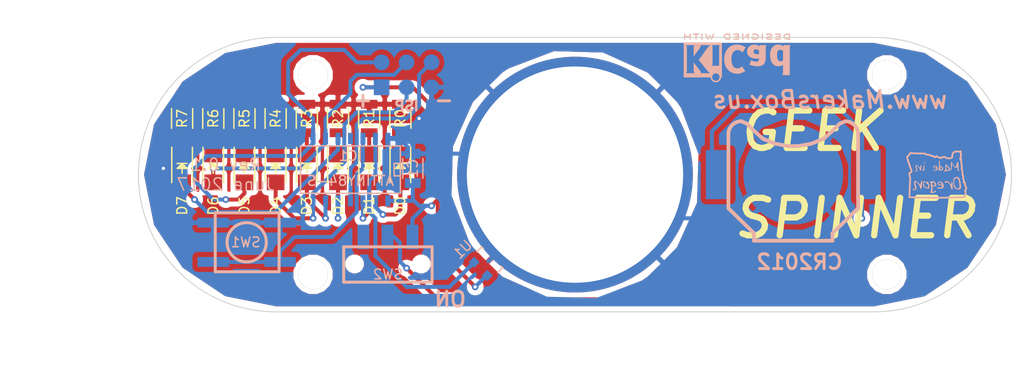
<source format=kicad_pcb>
(kicad_pcb (version 4) (host pcbnew 4.0.4-stable)
  (layers (0 F.Cu signal) (31 B.Cu signal) (34 B.Paste user) (35 F.Paste user) (36 B.SilkS user) (37 F.SilkS user) (38 B.Mask user) (39 F.Mask user) (44 Edge.Cuts user))
  (net 0 "")
  (net 1 GND)
  (net 2 +BATT)
  (net 3 "Net-(BT1-Pad1)")
  (net 4 "Net-(CON1-Pad1)")
  (net 5 "Net-(CON1-Pad3)")
  (net 6 "Net-(CON1-Pad4)")
  (net 7 "Net-(CON1-Pad5)")
  (net 8 "Net-(D1-Pad1)")
  (net 9 "Net-(D1-Pad2)")
  (net 10 "Net-(D0-Pad2)")
  (net 11 "Net-(D0-Pad1)")
  (net 12 "Net-(D2-Pad2)")
  (net 13 "Net-(D2-Pad1)")
  (net 14 "Net-(D3-Pad2)")
  (net 15 "Net-(D3-Pad1)")
  (net 16 "Net-(D4-Pad1)")
  (net 17 "Net-(D5-Pad1)")
  (net 18 "Net-(D6-Pad1)")
  (net 19 "Net-(D7-Pad2)")
  (net 20 "Net-(D7-Pad1)")
  (net 21 "Net-(IC1-Pad12)")
  (net 22 "Net-(IC1-Pad13)")
  (module myFootPrints:KiCad-Logo_Copper_11mmx5mm (layer B.Cu) (at 219.71 71.12)
    (fp_text reference G***)
    (fp_text value "KiCad Logo" hide)
    (fp_text user "DESIGNED WITH" (at 0 -2.6) (layer B.SilkS) (effects (font (size 0.5 0.97) (thickness 0.125)) (justify mirror)))
    (pad 1 smd circle (at -2.17 1.49) (size 0.9 0.9) (layers B.Cu B.Mask))
  )
  (module myFootPrints:Lego_Drill (layer F.Cu) (at 234.95 92.71)
    (fp_text reference P2 hide)
    (fp_text value CONN_01X01 hide)
    (pad 1 thru_hole circle (at 0 0) (size 3 3) (drill 3) (layers *.Cu *.Mask F.SilkS))
  )
  (module myFootPrints:Lego_Drill (layer F.Cu) (at 234.95 72.39)
    (fp_text reference P2 hide)
    (fp_text value CONN_01X01 hide)
    (pad 1 thru_hole circle (at 0 0) (size 3 3) (drill 3) (layers *.Cu *.Mask F.SilkS))
  )
  (module myFootPrints:Lego_Drill (layer F.Cu) (at 176.53 72.39)
    (fp_text reference P2 hide)
    (fp_text value CONN_01X01 hide)
    (pad 1 thru_hole circle (at 0 0) (size 3 3) (drill 3) (layers *.Cu *.Mask F.SilkS))
  )
  (module myFootPrints:Lego_Drill (layer F.Cu) (at 176.53 92.71)
    (fp_text reference P2 hide)
    (fp_text value CONN_01X01 hide)
    (pad 1 thru_hole circle (at 0 0) (size 3 3) (drill 3) (layers *.Cu *.Mask F.SilkS))
  )
  (module myFootPrints:BATT_12mm (layer B.Cu) (at 225.425 82.55)
    (fp_text reference BT1 hide)
    (fp_text value Battery hide)
    (pad 1 smd rect (at -7.65 0) (size 2.5 5) (layers B.Cu B.Paste B.Mask) (net 3 "Net-(BT1-Pad1)"))
    (pad 1 smd rect (at 7.65 0) (size 2.5 5) (layers B.Cu B.Paste B.Mask) (net 3 "Net-(BT1-Pad1)"))
    (pad 2 smd circle (at 0 0) (size 10.16 10.16) (layers B.Cu B.Paste B.Mask) (net 1 GND))
  )
  (module myFootPrints:MadeInOregonRev25 (layer F.Cu) (at 240.03 82.55)
    (fp_text reference VAL hide)
    (fp_text value MadeInOregonRev25 hide)
  )
  (module project_footprints:C_1206 (layer B.Cu) (at 186.69 81.915 90)
    (fp_text reference C1 (at 0 0 90) (layer B.SilkS) (effects (justify mirror)))
    (fp_text value "0.1 uF")
    (pad 1 smd rect (at -1.5 0 90) (size 1 1.6) (layers B.Cu B.Paste B.Mask) (net 2 +BATT))
    (pad 2 smd rect (at 1.5 0 90) (size 1 1.6) (layers B.Cu B.Paste B.Mask) (net 1 GND))
  )
  (module project_footprints:AVR-ISP-6 (layer B.Cu) (at 183.515 71.12 270)
    (fp_text reference CON1 hide)
    (fp_text value AVR-ISP-6 hide)
    (pad 1 smd oval (at 0 0 270) (size 1.6 1.6) (layers B.Cu B.Paste B.Mask) (net 4 "Net-(CON1-Pad1)"))
    (pad 2 smd rect (at 2.54 0 270) (size 1.6 1.6) (layers B.Cu B.Paste B.Mask) (net 2 +BATT))
    (pad 3 smd oval (at 0 -2.54 270) (size 1.6 1.6) (layers B.Cu B.Paste B.Mask) (net 5 "Net-(CON1-Pad3)"))
    (pad 4 smd oval (at 2.54 -2.54 270) (size 1.6 1.6) (layers B.Cu B.Paste B.Mask) (net 6 "Net-(CON1-Pad4)"))
    (pad 5 smd oval (at 0 -5.08 270) (size 1.6 1.6) (layers B.Cu B.Paste B.Mask) (net 7 "Net-(CON1-Pad5)"))
    (pad 6 smd oval (at 2.54 -5.08 270) (size 1.6 1.6) (layers B.Cu B.Paste B.Mask) (net 1 GND))
  )
  (module project_footprints:LED-1206 (layer F.Cu) (at 185.42 81.915 270)
    (fp_text reference D0 (at 3.81 0 270) (layer F.SilkS))
    (fp_text value LED)
    (pad 2 smd rect (at 1.41986 0 90) (size 1.59766 1.80086) (layers F.Cu F.Paste F.Mask) (net 10 "Net-(D0-Pad2)"))
    (pad 1 smd rect (at -1.41986 0 90) (size 1.59766 1.80086) (layers F.Cu F.Paste F.Mask) (net 11 "Net-(D0-Pad1)"))
  )
  (module project_footprints:LED-1206 (layer F.Cu) (at 182.245 81.915 270)
    (fp_text reference D1 (at 3.81 0 270) (layer F.SilkS))
    (fp_text value LED)
    (pad 2 smd rect (at 1.41986 0 90) (size 1.59766 1.80086) (layers F.Cu F.Paste F.Mask) (net 9 "Net-(D1-Pad2)"))
    (pad 1 smd rect (at -1.41986 0 90) (size 1.59766 1.80086) (layers F.Cu F.Paste F.Mask) (net 8 "Net-(D1-Pad1)"))
  )
  (module project_footprints:LED-1206 (layer F.Cu) (at 179.07 81.915 270)
    (fp_text reference D2 (at 3.81 0 270) (layer F.SilkS))
    (fp_text value LED)
    (pad 2 smd rect (at 1.41986 0 90) (size 1.59766 1.80086) (layers F.Cu F.Paste F.Mask) (net 12 "Net-(D2-Pad2)"))
    (pad 1 smd rect (at -1.41986 0 90) (size 1.59766 1.80086) (layers F.Cu F.Paste F.Mask) (net 13 "Net-(D2-Pad1)"))
  )
  (module project_footprints:LED-1206 (layer F.Cu) (at 175.895 81.915 270)
    (fp_text reference D3 (at 3.81 0 270) (layer F.SilkS))
    (fp_text value LED)
    (pad 2 smd rect (at 1.41986 0 90) (size 1.59766 1.80086) (layers F.Cu F.Paste F.Mask) (net 14 "Net-(D3-Pad2)"))
    (pad 1 smd rect (at -1.41986 0 90) (size 1.59766 1.80086) (layers F.Cu F.Paste F.Mask) (net 15 "Net-(D3-Pad1)"))
  )
  (module project_footprints:LED-1206 (layer F.Cu) (at 172.72 81.915 270)
    (fp_text reference D4 (at 3.81 0 270) (layer F.SilkS))
    (fp_text value LED)
    (pad 2 smd rect (at 1.41986 0 90) (size 1.59766 1.80086) (layers F.Cu F.Paste F.Mask) (net 6 "Net-(CON1-Pad4)"))
    (pad 1 smd rect (at -1.41986 0 90) (size 1.59766 1.80086) (layers F.Cu F.Paste F.Mask) (net 16 "Net-(D4-Pad1)"))
  )
  (module project_footprints:LED-1206 (layer F.Cu) (at 169.545 81.915 270)
    (fp_text reference D5 (at 3.81 0 270) (layer F.SilkS))
    (fp_text value LED)
    (pad 2 smd rect (at 1.41986 0 90) (size 1.59766 1.80086) (layers F.Cu F.Paste F.Mask) (net 4 "Net-(CON1-Pad1)"))
    (pad 1 smd rect (at -1.41986 0 90) (size 1.59766 1.80086) (layers F.Cu F.Paste F.Mask) (net 17 "Net-(D5-Pad1)"))
  )
  (module project_footprints:LED-1206 (layer F.Cu) (at 166.37 81.915 270)
    (fp_text reference D6 (at 3.81 0 270) (layer F.SilkS))
    (fp_text value LED)
    (pad 2 smd rect (at 1.41986 0 90) (size 1.59766 1.80086) (layers F.Cu F.Paste F.Mask) (net 5 "Net-(CON1-Pad3)"))
    (pad 1 smd rect (at -1.41986 0 90) (size 1.59766 1.80086) (layers F.Cu F.Paste F.Mask) (net 18 "Net-(D6-Pad1)"))
  )
  (module project_footprints:LED-1206 (layer F.Cu) (at 163.195 81.915 270)
    (fp_text reference D7 (at 3.81 0 270) (layer F.SilkS))
    (fp_text value LED)
    (pad 2 smd rect (at 1.41986 0 90) (size 1.59766 1.80086) (layers F.Cu F.Paste F.Mask) (net 19 "Net-(D7-Pad2)"))
    (pad 1 smd rect (at -1.41986 0 90) (size 1.59766 1.80086) (layers F.Cu F.Paste F.Mask) (net 20 "Net-(D7-Pad1)"))
  )
  (module project_footprints:R_1206 (layer F.Cu) (at 185.42 76.835 90)
    (fp_text reference R0 (at 0 0 90) (layer F.SilkS))
    (fp_text value 330)
    (pad 1 smd rect (at -1.45 0 90) (size 0.9 1.7) (layers F.Cu F.Paste F.Mask) (net 11 "Net-(D0-Pad1)"))
    (pad 2 smd rect (at 1.45 0 90) (size 0.9 1.7) (layers F.Cu F.Paste F.Mask) (net 1 GND))
  )
  (module project_footprints:R_1206 (layer F.Cu) (at 182.245 76.835 90)
    (fp_text reference R1 (at 0 0 90) (layer F.SilkS))
    (fp_text value 330)
    (pad 1 smd rect (at -1.45 0 90) (size 0.9 1.7) (layers F.Cu F.Paste F.Mask) (net 8 "Net-(D1-Pad1)"))
    (pad 2 smd rect (at 1.45 0 90) (size 0.9 1.7) (layers F.Cu F.Paste F.Mask) (net 1 GND))
  )
  (module project_footprints:R_1206 (layer F.Cu) (at 179.07 76.835 90)
    (fp_text reference R2 (at 0 0 90) (layer F.SilkS))
    (fp_text value 330)
    (pad 1 smd rect (at -1.45 0 90) (size 0.9 1.7) (layers F.Cu F.Paste F.Mask) (net 13 "Net-(D2-Pad1)"))
    (pad 2 smd rect (at 1.45 0 90) (size 0.9 1.7) (layers F.Cu F.Paste F.Mask) (net 1 GND))
  )
  (module project_footprints:R_1206 (layer F.Cu) (at 175.895 76.835 90)
    (fp_text reference R3 (at 0 0 90) (layer F.SilkS))
    (fp_text value 330)
    (pad 1 smd rect (at -1.45 0 90) (size 0.9 1.7) (layers F.Cu F.Paste F.Mask) (net 15 "Net-(D3-Pad1)"))
    (pad 2 smd rect (at 1.45 0 90) (size 0.9 1.7) (layers F.Cu F.Paste F.Mask) (net 1 GND))
  )
  (module project_footprints:R_1206 (layer F.Cu) (at 172.72 76.835 90)
    (fp_text reference R4 (at 0 0 90) (layer F.SilkS))
    (fp_text value 330)
    (pad 1 smd rect (at -1.45 0 90) (size 0.9 1.7) (layers F.Cu F.Paste F.Mask) (net 16 "Net-(D4-Pad1)"))
    (pad 2 smd rect (at 1.45 0 90) (size 0.9 1.7) (layers F.Cu F.Paste F.Mask) (net 1 GND))
  )
  (module project_footprints:R_1206 (layer F.Cu) (at 169.545 76.835 90)
    (fp_text reference R5 (at 0 0 90) (layer F.SilkS))
    (fp_text value 330)
    (pad 1 smd rect (at -1.45 0 90) (size 0.9 1.7) (layers F.Cu F.Paste F.Mask) (net 17 "Net-(D5-Pad1)"))
    (pad 2 smd rect (at 1.45 0 90) (size 0.9 1.7) (layers F.Cu F.Paste F.Mask) (net 1 GND))
  )
  (module project_footprints:R_1206 (layer F.Cu) (at 166.37 76.835 90)
    (fp_text reference R6 (at 0 0 90) (layer F.SilkS))
    (fp_text value 330)
    (pad 1 smd rect (at -1.45 0 90) (size 0.9 1.7) (layers F.Cu F.Paste F.Mask) (net 18 "Net-(D6-Pad1)"))
    (pad 2 smd rect (at 1.45 0 90) (size 0.9 1.7) (layers F.Cu F.Paste F.Mask) (net 1 GND))
  )
  (module project_footprints:R_1206 (layer F.Cu) (at 163.195 76.835 90)
    (fp_text reference R7 (at 0 0 90) (layer F.SilkS))
    (fp_text value 330)
    (pad 1 smd rect (at -1.45 0 90) (size 0.9 1.7) (layers F.Cu F.Paste F.Mask) (net 20 "Net-(D7-Pad1)"))
    (pad 2 smd rect (at 1.45 0 90) (size 0.9 1.7) (layers F.Cu F.Paste F.Mask) (net 1 GND))
  )
  (module project_footprints:SW_SMD_PUSH (layer B.Cu) (at 166.37 91.44)
    (fp_text reference SW1 (at 3.3 -2) (layer B.SilkS) (effects (justify mirror)))
    (fp_text value SW_PUSH)
    (pad 2 smd rect (at 6.8 -4) (size 3.2 1) (layers B.Cu B.Paste B.Mask) (net 1 GND))
    (pad 1 smd rect (at 6.8 0) (size 3.2 1) (layers B.Cu B.Paste B.Mask) (net 21 "Net-(IC1-Pad12)"))
    (pad 1 smd rect (at 0 0) (size 3.2 1) (layers B.Cu B.Paste B.Mask) (net 21 "Net-(IC1-Pad12)"))
    (pad 2 smd rect (at 0 -4) (size 3.2 1) (layers B.Cu B.Paste B.Mask) (net 1 GND))
  )
  (module project_footprints:SPST_SMD (layer B.Cu) (at 184.15 88.9 180)
    (fp_text reference SW2 (at 0 -3.81 180) (layer B.SilkS) (effects (justify mirror)))
    (fp_text value SPST)
    (pad "" np_thru_hole circle (at 3.4 -2.75 180) (size 0.9 0.9) (drill 0.9) (layers *.Cu *.Mask))
    (pad 1 smd rect (at -2.5 0 180) (size 1.2 2.5) (layers B.Cu B.Paste B.Mask) (net 2 +BATT))
    (pad 2 smd rect (at 0.04 0 180) (size 1.2 2.5) (layers B.Cu B.Paste B.Mask) (net 3 "Net-(BT1-Pad1)"))
    (pad 3 smd rect (at 2.5 0 180) (size 1.2 2.5) (layers B.Cu B.Paste B.Mask))
    (pad "" np_thru_hole circle (at -3.4 -2.75 180) (size 0.9 0.9) (drill 0.9) (layers *.Cu *.Mask))
  )
  (module project_footprints:SOT-23 (layer B.Cu) (at 194.31 91.44 135)
    (fp_text reference U1 (at 2.694077 -0.898026 405) (layer B.SilkS) (effects (justify mirror)))
    (fp_text value MLX92231)
    (pad 1 smd rect (at -0.95 -1.00076 135) (size 0.8001 0.8001) (layers B.Cu B.Paste B.Mask) (net 2 +BATT))
    (pad 3 smd rect (at 0.95 -1.00076 135) (size 0.8001 0.8001) (layers B.Cu B.Paste B.Mask) (net 22 "Net-(IC1-Pad13)"))
    (pad 2 smd rect (at 0 0.99822 135) (size 0.8001 0.8001) (layers B.Cu B.Paste B.Mask) (net 1 GND))
  )
  (module project_footprints:SOIC-14_N (layer B.Cu) (at 180.34 81.915 180)
    (fp_text reference IC1 (at 0 1.27 180) (layer B.SilkS) (effects (justify mirror)))
    (fp_text value ATTINY84-S (at 0 -1.27 180) (layer B.SilkS) (effects (justify mirror)))
    (pad 1 smd rect (at -3.81 -3.302 180) (size 0.508 1.143) (layers B.Cu B.Paste B.Mask) (net 2 +BATT))
    (pad 2 smd rect (at -2.54 -3.302 180) (size 0.508 1.143) (layers B.Cu B.Paste B.Mask) (net 10 "Net-(D0-Pad2)"))
    (pad 3 smd rect (at -1.27 -3.302 180) (size 0.508 1.143) (layers B.Cu B.Paste B.Mask) (net 9 "Net-(D1-Pad2)"))
    (pad 4 smd rect (at 0 -3.302 180) (size 0.508 1.143) (layers B.Cu B.Paste B.Mask) (net 7 "Net-(CON1-Pad5)"))
    (pad 5 smd rect (at 1.27 -3.302 180) (size 0.508 1.143) (layers B.Cu B.Paste B.Mask) (net 12 "Net-(D2-Pad2)"))
    (pad 6 smd rect (at 2.54 -3.302 180) (size 0.508 1.143) (layers B.Cu B.Paste B.Mask) (net 14 "Net-(D3-Pad2)"))
    (pad 7 smd rect (at 3.81 -3.302 180) (size 0.508 1.143) (layers B.Cu B.Paste B.Mask) (net 6 "Net-(CON1-Pad4)"))
    (pad 8 smd rect (at 3.81 3.048 180) (size 0.508 1.143) (layers B.Cu B.Paste B.Mask) (net 4 "Net-(CON1-Pad1)"))
    (pad 9 smd rect (at 2.54 3.048 180) (size 0.508 1.143) (layers B.Cu B.Paste B.Mask) (net 5 "Net-(CON1-Pad3)"))
    (pad 11 smd rect (at 0 3.048 180) (size 0.508 1.143) (layers B.Cu B.Paste B.Mask))
    (pad 12 smd rect (at -1.27 3.048 180) (size 0.508 1.143) (layers B.Cu B.Paste B.Mask) (net 21 "Net-(IC1-Pad12)"))
    (pad 13 smd rect (at -2.54 3.048 180) (size 0.508 1.143) (layers B.Cu B.Paste B.Mask) (net 22 "Net-(IC1-Pad13)"))
    (pad 14 smd rect (at -3.81 3.048 180) (size 0.508 1.143) (layers B.Cu B.Paste B.Mask) (net 1 GND))
    (pad 10 smd rect (at 1.27 3.048 180) (size 0.508 1.143) (layers B.Cu B.Paste B.Mask) (net 19 "Net-(D7-Pad2)"))
  )
  (module project_footprints:Pin_Header_Straight_1x01 (layer F.Cu) (at 203.2 82.55)
    (fp_text reference P1 hide)
    (fp_text value CONN_01X01)
    (pad 1 thru_hole circle (at 0 0) (size 24 24) (drill 22.025) (layers *.Cu *.Mask) (net 1 GND))
  )
  (gr_text ISP (at 186.055 75.565) (layer B.SilkS) (effects (font (size 1 1) (thickness 0.25)) (justify mirror)))
  (gr_line (start 233.68 68.58) (end 172.72 68.58) (angle 90) (layer Edge.Cuts) (width 0.1))
  (gr_line (start 172.72 96.52) (end 233.68 96.52) (angle 90) (layer Edge.Cuts) (width 0.1))
  (gr_text ON (at 190.5 95.25) (layer B.SilkS) (effects (font (size 1.5 1.5) (thickness 0.3)) (justify mirror)))
  (gr_text CR2012 (at 226.06 91.44) (layer B.SilkS) (effects (font (size 1.5 1.5) (thickness 0.3)) (justify mirror)))
  (gr_text "Rev 0.1\nJune 2017" (at 167.64 82.55) (layer B.SilkS) (effects (font (size 1.25 1.25)) (justify mirror)))
  (gr_text www.MakersBox.us (at 229.235 74.93) (layer B.SilkS) (effects (font (size 1.75 1.75) (thickness 0.3) italic) (justify mirror)))
  (gr_text - (at 189.865 74.93) (layer B.SilkS) (effects (font (size 1.5 1.5) (thickness 0.3)) (justify mirror)))
  (gr_text + (at 181.61 74.93) (layer B.SilkS) (effects (font (size 1.5 1.5) (thickness 0.3)) (justify mirror)))
  (gr_text SPINNER (at 231.775 86.995) (layer F.SilkS) (effects (font (size 3.81 3.81) (thickness 0.635) italic)))
  (gr_text GEEK (at 227.33 78.105) (layer F.SilkS) (effects (font (size 3.81 3.81) (thickness 0.635) italic)))
  (gr_arc (start 233.68 82.55) (end 247.65 82.55) (angle 90) (layer Edge.Cuts) (width 0.1))
  (gr_arc (start 233.68 82.55) (end 233.68 68.58) (angle 90) (layer Edge.Cuts) (width 0.1))
  (gr_arc (start 172.72 82.55) (end 158.75 82.55) (angle 90) (layer Edge.Cuts) (width 0.1))
  (gr_arc (start 172.72 82.55) (end 172.72 96.52) (angle 90) (layer Edge.Cuts) (width 0.1))
  (segment (start 186.69 80.415) (end 186.69 80.264) (width 0.4064) (layer B.Cu) (net 1))
  (segment (start 186.69 80.264) (end 185.293 78.867) (width 0.4064) (layer B.Cu) (net 1))
  (segment (start 184.15 78.867) (end 185.293 78.867) (width 0.4064) (layer B.Cu) (net 1))
  (segment (start 185.293 78.867) (end 187.325 76.835) (width 0.4064) (layer B.Cu) (net 1))
  (segment (start 187.325 76.835) (end 188.595 75.565) (width 0.4064) (layer B.Cu) (net 1))
  (via (at 187.325 76.835) (size 0.6858) (drill 0.3302) (layers F.Cu B.Cu) (net 1))
  (segment (start 185.875 75.385) (end 187.325 76.835) (width 0.4064) (layer F.Cu) (net 1))
  (segment (start 188.595 75.565) (end 188.595 73.66) (width 0.4064) (layer B.Cu) (net 1))
  (segment (start 173.17 87.44) (end 166.37 87.44) (width 0.4064) (layer B.Cu) (net 1))
  (segment (start 161.29 85.725) (end 161.29 86.36) (width 0.4064) (layer B.Cu) (net 1))
  (segment (start 161.29 85.725) (end 161.29 81.915) (width 0.4064) (layer B.Cu) (net 1))
  (via (at 161.29 81.915) (size 0.6858) (drill 0.3302) (layers F.Cu B.Cu) (net 1))
  (segment (start 161.29 81.915) (end 161.29 77.47) (width 0.4064) (layer F.Cu) (net 1))
  (segment (start 163.195 75.565) (end 161.29 77.47) (width 0.4064) (layer F.Cu) (net 1))
  (segment (start 162.37 87.44) (end 166.37 87.44) (width 0.4064) (layer B.Cu) (net 1))
  (segment (start 161.29 86.36) (end 162.37 87.44) (width 0.4064) (layer B.Cu) (net 1))
  (segment (start 163.195 75.565) (end 163.195 75.385) (width 0.4064) (layer F.Cu) (net 1))
  (segment (start 185.42 75.385) (end 185.875 75.385) (width 0.4064) (layer F.Cu) (net 1))
  (segment (start 163.015 75.565) (end 163.195 75.385) (width 0.4064) (layer F.Cu) (net 1))
  (segment (start 186.69 80.415) (end 201.065 80.415) (width 0.4064) (layer B.Cu) (net 1))
  (segment (start 201.065 80.415) (end 203.2 82.55) (width 0.4064) (layer B.Cu) (net 1))
  (segment (start 182.245 75.385) (end 185.42 75.385) (width 0.4064) (layer F.Cu) (net 1))
  (segment (start 179.07 75.385) (end 182.245 75.385) (width 0.4064) (layer F.Cu) (net 1))
  (segment (start 175.895 75.385) (end 179.07 75.385) (width 0.4064) (layer F.Cu) (net 1))
  (segment (start 172.72 75.385) (end 175.895 75.385) (width 0.4064) (layer F.Cu) (net 1))
  (segment (start 169.545 75.385) (end 172.72 75.385) (width 0.4064) (layer F.Cu) (net 1))
  (segment (start 166.37 75.385) (end 169.545 75.385) (width 0.4064) (layer F.Cu) (net 1))
  (segment (start 163.195 75.385) (end 166.37 75.385) (width 0.4064) (layer F.Cu) (net 1))
  (segment (start 199.39 78.74) (end 203.2 82.55) (width 0.4064) (layer F.Cu) (net 1))
  (segment (start 199.39 78.74) (end 203.2 82.55) (width 0.4064) (layer B.Cu) (net 1))
  (segment (start 224.79 82.55) (end 222.885 82.55) (width 0.4064) (layer B.Cu) (net 1))
  (segment (start 222.885 82.55) (end 218.44 86.995) (width 0.4064) (layer B.Cu) (net 1))
  (segment (start 218.44 86.995) (end 206.375 86.995) (width 0.4064) (layer B.Cu) (net 1))
  (segment (start 207.645 86.995) (end 203.2 82.55) (width 0.4064) (layer B.Cu) (net 1))
  (segment (start 194.380848 91.369152) (end 203.2 82.55) (width 0.4064) (layer B.Cu) (net 1))
  (segment (start 224.79 85.09) (end 224.79 82.55) (width 0.4064) (layer B.Cu) (net 1))
  (segment (start 224.79 82.55) (end 226.06 82.55) (width 0.4064) (layer B.Cu) (net 1))
  (segment (start 186.65 88.9) (end 186.65 87.035) (width 0.4064) (layer B.Cu) (net 2))
  (segment (start 186.65 87.035) (end 187.96 85.725) (width 0.4064) (layer B.Cu) (net 2))
  (segment (start 187.92 85.725) (end 187.96 85.725) (width 0.4064) (layer B.Cu) (net 2))
  (segment (start 184.15 85.217) (end 186.563 85.217) (width 0.4064) (layer B.Cu) (net 2))
  (segment (start 186.563 85.217) (end 186.69 85.09) (width 0.4064) (layer B.Cu) (net 2))
  (segment (start 188.595 85.725) (end 187.96 85.725) (width 0.4064) (layer B.Cu) (net 2))
  (segment (start 187.96 85.725) (end 187.325 85.725) (width 0.4064) (layer B.Cu) (net 2))
  (via (at 188.595 85.725) (size 0.6858) (drill 0.3302) (layers F.Cu B.Cu) (net 2))
  (segment (start 189.23 85.09) (end 188.595 85.725) (width 0.4064) (layer F.Cu) (net 2))
  (segment (start 186.69 85.09) (end 186.69 83.415) (width 0.4064) (layer B.Cu) (net 2))
  (segment (start 187.325 85.725) (end 186.69 85.09) (width 0.4064) (layer B.Cu) (net 2))
  (segment (start 181.61 73.66) (end 183.515 73.66) (width 0.4064) (layer B.Cu) (net 2))
  (segment (start 189.23 85.09) (end 189.23 76.2) (width 0.4064) (layer F.Cu) (net 2))
  (segment (start 189.23 76.2) (end 186.69 73.66) (width 0.4064) (layer F.Cu) (net 2))
  (segment (start 186.69 73.66) (end 181.61 73.66) (width 0.4064) (layer F.Cu) (net 2))
  (via (at 181.61 73.66) (size 0.6858) (drill 0.3302) (layers F.Cu B.Cu) (net 2))
  (segment (start 189.23 85.09) (end 189.23 90.17) (width 0.4064) (layer F.Cu) (net 2))
  (segment (start 193.04 93.98) (end 194.200604 92.819396) (width 0.4064) (layer B.Cu) (net 2))
  (via (at 193.04 93.98) (size 0.6858) (drill 0.3302) (layers F.Cu B.Cu) (net 2))
  (segment (start 189.23 90.17) (end 193.04 93.98) (width 0.4064) (layer F.Cu) (net 2))
  (segment (start 194.200604 92.819396) (end 194.274107 92.819396) (width 0.4064) (layer B.Cu) (net 2))
  (segment (start 186.65 83.455) (end 186.69 83.415) (width 0.4064) (layer B.Cu) (net 2))
  (segment (start 185.38 89.535) (end 185.38 89.495) (width 0.4064) (layer B.Cu) (net 3))
  (segment (start 185.38 91.4) (end 186.055 92.075) (width 0.4064) (layer B.Cu) (net 3))
  (via (at 186.055 92.075) (size 0.6858) (drill 0.3302) (layers F.Cu B.Cu) (net 3))
  (segment (start 186.055 92.075) (end 189.23 95.25) (width 0.4064) (layer F.Cu) (net 3))
  (segment (start 189.23 95.25) (end 218.44 95.25) (width 0.4064) (layer F.Cu) (net 3))
  (segment (start 218.44 95.25) (end 224.155 89.535) (width 0.4064) (layer F.Cu) (net 3))
  (segment (start 224.155 89.535) (end 229.87 89.535) (width 0.4064) (layer F.Cu) (net 3))
  (segment (start 229.87 89.535) (end 232.41 86.995) (width 0.4064) (layer F.Cu) (net 3))
  (via (at 232.41 86.995) (size 0.6858) (drill 0.3302) (layers F.Cu B.Cu) (net 3))
  (segment (start 232.41 86.995) (end 232.44 86.965) (width 0.4064) (layer B.Cu) (net 3))
  (segment (start 232.44 82.55) (end 232.44 86.965) (width 0.4064) (layer B.Cu) (net 3))
  (segment (start 185.38 89.535) (end 185.38 91.4) (width 0.4064) (layer B.Cu) (net 3))
  (segment (start 184.785 88.9) (end 184.11 88.9) (width 0.4064) (layer B.Cu) (net 3))
  (segment (start 185.38 89.495) (end 184.785 88.9) (width 0.4064) (layer B.Cu) (net 3))
  (segment (start 232.41 82.58) (end 232.44 82.55) (width 0.4064) (layer B.Cu) (net 3))
  (segment (start 217.14 82.55) (end 217.14 78.135) (width 0.4064) (layer B.Cu) (net 3))
  (segment (start 232.44 78.135) (end 232.44 82.55) (width 0.4064) (layer B.Cu) (net 3))
  (segment (start 229.87 75.565) (end 232.44 78.135) (width 0.4064) (layer B.Cu) (net 3))
  (segment (start 219.71 75.565) (end 229.87 75.565) (width 0.4064) (layer B.Cu) (net 3))
  (segment (start 217.14 78.135) (end 219.71 75.565) (width 0.4064) (layer B.Cu) (net 3))
  (segment (start 183.515 71.12) (end 180.975 71.12) (width 0.4064) (layer B.Cu) (net 4))
  (segment (start 176.53 76.835) (end 174.625 74.93) (width 0.4064) (layer B.Cu) (net 4))
  (segment (start 176.53 76.835) (end 176.53 78.867) (width 0.4064) (layer B.Cu) (net 4))
  (segment (start 173.99 74.295) (end 174.625 74.93) (width 0.4064) (layer B.Cu) (net 4))
  (segment (start 173.99 71.12) (end 173.99 74.295) (width 0.4064) (layer B.Cu) (net 4))
  (segment (start 175.26 69.85) (end 173.99 71.12) (width 0.4064) (layer B.Cu) (net 4))
  (segment (start 179.705 69.85) (end 175.26 69.85) (width 0.4064) (layer B.Cu) (net 4))
  (segment (start 180.975 71.12) (end 179.705 69.85) (width 0.4064) (layer B.Cu) (net 4))
  (segment (start 169.545 83.33486) (end 169.545 84.455) (width 0.4064) (layer F.Cu) (net 4))
  (segment (start 175.26 80.645) (end 165.735 80.645) (width 0.4064) (layer B.Cu) (net 4))
  (segment (start 165.735 80.645) (end 164.465 81.915) (width 0.4064) (layer B.Cu) (net 4))
  (segment (start 164.465 81.915) (end 164.465 83.185) (width 0.4064) (layer B.Cu) (net 4))
  (segment (start 164.465 83.185) (end 166.37 85.09) (width 0.4064) (layer B.Cu) (net 4))
  (segment (start 175.26 80.645) (end 176.53 79.375) (width 0.4064) (layer B.Cu) (net 4))
  (segment (start 167.64 85.09) (end 166.37 85.09) (width 0.4064) (layer B.Cu) (net 4))
  (via (at 167.64 85.09) (size 0.6858) (drill 0.3302) (layers F.Cu B.Cu) (net 4))
  (segment (start 168.91 85.09) (end 167.64 85.09) (width 0.4064) (layer F.Cu) (net 4))
  (segment (start 169.545 84.455) (end 168.91 85.09) (width 0.4064) (layer F.Cu) (net 4))
  (segment (start 176.53 78.867) (end 176.53 79.375) (width 0.4064) (layer B.Cu) (net 4))
  (segment (start 176.53 78.867) (end 176.403 78.867) (width 0.4064) (layer B.Cu) (net 4))
  (segment (start 177.8 78.867) (end 177.8 79.375) (width 0.4064) (layer B.Cu) (net 5))
  (segment (start 177.8 79.375) (end 175.26 81.915) (width 0.4064) (layer B.Cu) (net 5))
  (segment (start 166.37 81.915) (end 166.37 83.33486) (width 0.4064) (layer F.Cu) (net 5))
  (via (at 166.37 81.915) (size 0.6858) (drill 0.3302) (layers F.Cu B.Cu) (net 5))
  (segment (start 175.26 81.915) (end 166.37 81.915) (width 0.4064) (layer B.Cu) (net 5))
  (segment (start 177.8 78.867) (end 177.8 76.835) (width 0.4064) (layer B.Cu) (net 5))
  (segment (start 184.785 72.39) (end 186.055 71.12) (width 0.4064) (layer B.Cu) (net 5))
  (segment (start 180.975 72.39) (end 184.785 72.39) (width 0.4064) (layer B.Cu) (net 5))
  (segment (start 180.34 73.025) (end 180.975 72.39) (width 0.4064) (layer B.Cu) (net 5))
  (segment (start 180.34 74.295) (end 180.34 73.025) (width 0.4064) (layer B.Cu) (net 5))
  (segment (start 177.8 76.835) (end 180.34 74.295) (width 0.4064) (layer B.Cu) (net 5))
  (segment (start 176.53 85.217) (end 176.53 84.455) (width 0.4064) (layer B.Cu) (net 6))
  (segment (start 186.055 74.93) (end 186.055 73.66) (width 0.4064) (layer B.Cu) (net 6))
  (segment (start 184.785 76.2) (end 186.055 74.93) (width 0.4064) (layer B.Cu) (net 6))
  (segment (start 180.975 76.2) (end 184.785 76.2) (width 0.4064) (layer B.Cu) (net 6))
  (segment (start 179.705 77.47) (end 180.975 76.2) (width 0.4064) (layer B.Cu) (net 6))
  (segment (start 179.705 81.28) (end 179.705 77.47) (width 0.4064) (layer B.Cu) (net 6))
  (segment (start 176.53 84.455) (end 179.705 81.28) (width 0.4064) (layer B.Cu) (net 6))
  (segment (start 172.72 83.33486) (end 172.72 85.09) (width 0.4064) (layer F.Cu) (net 6))
  (segment (start 176.53 86.995) (end 176.53 85.217) (width 0.4064) (layer B.Cu) (net 6))
  (via (at 176.53 86.995) (size 0.6858) (drill 0.3302) (layers F.Cu B.Cu) (net 6))
  (segment (start 174.625 86.995) (end 176.53 86.995) (width 0.4064) (layer F.Cu) (net 6))
  (segment (start 172.72 85.09) (end 174.625 86.995) (width 0.4064) (layer F.Cu) (net 6))
  (segment (start 180.34 85.217) (end 180.34 81.915) (width 0.4064) (layer B.Cu) (net 7))
  (segment (start 187.325 72.39) (end 188.595 71.12) (width 0.4064) (layer B.Cu) (net 7))
  (segment (start 187.325 75.565) (end 187.325 72.39) (width 0.4064) (layer B.Cu) (net 7))
  (segment (start 186.055 76.835) (end 187.325 75.565) (width 0.4064) (layer B.Cu) (net 7))
  (segment (start 181.61 76.835) (end 186.055 76.835) (width 0.4064) (layer B.Cu) (net 7))
  (segment (start 180.975 77.47) (end 181.61 76.835) (width 0.4064) (layer B.Cu) (net 7))
  (segment (start 180.975 81.28) (end 180.975 77.47) (width 0.4064) (layer B.Cu) (net 7))
  (segment (start 180.34 81.915) (end 180.975 81.28) (width 0.4064) (layer B.Cu) (net 7))
  (segment (start 182.245 80.49514) (end 182.245 78.285) (width 0.4064) (layer F.Cu) (net 8))
  (segment (start 182.245 83.33486) (end 182.245 86.36) (width 0.4064) (layer F.Cu) (net 9))
  (segment (start 181.61 86.995) (end 181.61 85.217) (width 0.4064) (layer B.Cu) (net 9))
  (via (at 181.61 86.995) (size 0.6858) (drill 0.3302) (layers F.Cu B.Cu) (net 9))
  (segment (start 182.245 86.36) (end 181.61 86.995) (width 0.4064) (layer F.Cu) (net 9))
  (segment (start 182.88 85.217) (end 182.88 85.852) (width 0.4064) (layer B.Cu) (net 10))
  (segment (start 185.42 86.106) (end 185.42 83.33486) (width 0.4064) (layer F.Cu) (net 10))
  (segment (start 184.912 86.614) (end 185.42 86.106) (width 0.4064) (layer F.Cu) (net 10))
  (segment (start 183.642 86.614) (end 184.912 86.614) (width 0.4064) (layer F.Cu) (net 10))
  (via (at 183.642 86.614) (size 0.6858) (drill 0.3302) (layers F.Cu B.Cu) (net 10))
  (segment (start 182.88 85.852) (end 183.642 86.614) (width 0.4064) (layer B.Cu) (net 10))
  (segment (start 185.42 80.49514) (end 185.42 78.285) (width 0.4064) (layer F.Cu) (net 11))
  (segment (start 179.07 83.33486) (end 179.07 86.995) (width 0.4064) (layer F.Cu) (net 12))
  (segment (start 179.07 86.995) (end 179.07 85.217) (width 0.4064) (layer B.Cu) (net 12))
  (via (at 179.07 86.995) (size 0.6858) (drill 0.3302) (layers F.Cu B.Cu) (net 12))
  (segment (start 179.07 80.49514) (end 179.07 78.285) (width 0.4064) (layer F.Cu) (net 13))
  (segment (start 175.895 83.33486) (end 175.895 85.09) (width 0.4064) (layer F.Cu) (net 14))
  (segment (start 177.8 86.995) (end 177.8 85.217) (width 0.4064) (layer B.Cu) (net 14))
  (via (at 177.8 86.995) (size 0.6858) (drill 0.3302) (layers F.Cu B.Cu) (net 14))
  (segment (start 175.895 85.09) (end 177.8 86.995) (width 0.4064) (layer F.Cu) (net 14))
  (segment (start 175.895 80.49514) (end 175.895 78.285) (width 0.4064) (layer F.Cu) (net 15))
  (segment (start 172.72 80.49514) (end 172.72 78.285) (width 0.4064) (layer F.Cu) (net 16))
  (segment (start 169.545 80.49514) (end 169.545 78.285) (width 0.4064) (layer F.Cu) (net 17))
  (segment (start 166.37 80.49514) (end 166.37 78.285) (width 0.4064) (layer F.Cu) (net 18))
  (segment (start 172.72 86.36) (end 165.735 86.36) (width 0.4064) (layer B.Cu) (net 19))
  (segment (start 179.07 80.01) (end 172.72 86.36) (width 0.4064) (layer B.Cu) (net 19))
  (segment (start 179.07 78.867) (end 179.07 80.01) (width 0.4064) (layer B.Cu) (net 19))
  (segment (start 164.465 85.09) (end 163.195 83.82) (width 0.4064) (layer F.Cu) (net 19))
  (via (at 164.465 85.09) (size 0.6858) (drill 0.3302) (layers F.Cu B.Cu) (net 19))
  (segment (start 165.735 86.36) (end 164.465 85.09) (width 0.4064) (layer B.Cu) (net 19))
  (segment (start 163.195 83.82) (end 163.195 83.33486) (width 0.4064) (layer F.Cu) (net 19))
  (segment (start 163.195 80.49514) (end 163.195 78.285) (width 0.4064) (layer F.Cu) (net 20))
  (segment (start 173.17 91.44) (end 166.37 91.44) (width 0.4064) (layer B.Cu) (net 21))
  (segment (start 180.975 86.36) (end 178.435 88.9) (width 0.4064) (layer B.Cu) (net 21))
  (segment (start 181.61 81.915) (end 180.975 82.55) (width 0.4064) (layer B.Cu) (net 21))
  (segment (start 180.975 82.55) (end 180.975 86.36) (width 0.4064) (layer B.Cu) (net 21))
  (segment (start 181.61 78.867) (end 181.61 81.915) (width 0.4064) (layer B.Cu) (net 21))
  (segment (start 173.17 90.355) (end 173.17 91.44) (width 0.4064) (layer B.Cu) (net 21))
  (segment (start 174.625 88.9) (end 173.17 90.355) (width 0.4064) (layer B.Cu) (net 21))
  (segment (start 178.435 88.9) (end 174.625 88.9) (width 0.4064) (layer B.Cu) (net 21))
  (segment (start 182.88 78.867) (end 182.88 82.55) (width 0.4064) (layer B.Cu) (net 22))
  (segment (start 184.15 92.075) (end 186.055 93.98) (width 0.4064) (layer B.Cu) (net 22))
  (segment (start 186.055 93.98) (end 190.426497 93.98) (width 0.4064) (layer B.Cu) (net 22))
  (segment (start 190.426497 93.98) (end 192.930604 91.475893) (width 0.4064) (layer B.Cu) (net 22))
  (segment (start 182.88 90.805) (end 184.15 92.075) (width 0.4064) (layer B.Cu) (net 22))
  (segment (start 182.88 86.995) (end 182.88 90.805) (width 0.4064) (layer B.Cu) (net 22))
  (segment (start 182.245 86.36) (end 182.88 86.995) (width 0.4064) (layer B.Cu) (net 22))
  (segment (start 182.245 83.185) (end 182.245 86.36) (width 0.4064) (layer B.Cu) (net 22))
  (segment (start 182.88 82.55) (end 182.245 83.185) (width 0.4064) (layer B.Cu) (net 22))
  (zone (net 1) (net_name GND) (layer F.Cu) (connect_pads (clearance 0.508)) (min_thickness 0.254) (fill yes (arc_segments 16) (thermal_gap 0.508) (thermal_bridge_width 0.508))
    (polygon (pts (xy 247.65 97.79) (xy 158.115 97.79) (xy 158.115 66.04) (xy 247.65 66.04)))
  )
  (zone (net 1) (net_name GND) (layer B.Cu) (connect_pads (clearance 0.508)) (min_thickness 0.254) (fill yes (arc_segments 16) (thermal_gap 0.508) (thermal_bridge_width 0.508))
    (polygon (pts (xy 248.92 99.06) (xy 157.48 99.06) (xy 157.48 64.77) (xy 248.92 64.77)))
  )
)
</source>
